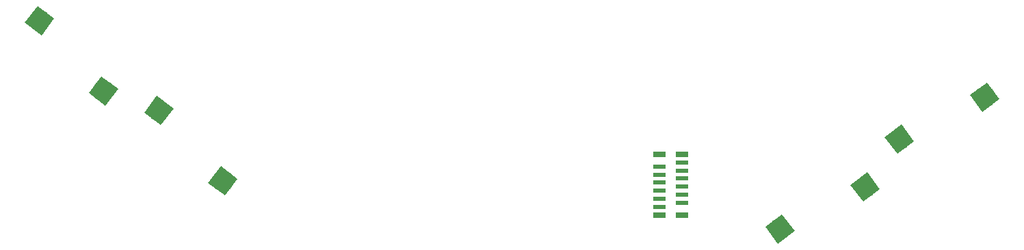
<source format=gbr>
G04 #@! TF.GenerationSoftware,KiCad,Pcbnew,(5.1.4)-1*
G04 #@! TF.CreationDate,2022-12-11T20:48:00-05:00*
G04 #@! TF.ProjectId,ThumbsUp,5468756d-6273-4557-902e-6b696361645f,rev?*
G04 #@! TF.SameCoordinates,Original*
G04 #@! TF.FileFunction,Paste,Bot*
G04 #@! TF.FilePolarity,Positive*
%FSLAX46Y46*%
G04 Gerber Fmt 4.6, Leading zero omitted, Abs format (unit mm)*
G04 Created by KiCad (PCBNEW (5.1.4)-1) date 2022-12-11 20:48:00*
%MOMM*%
%LPD*%
G04 APERTURE LIST*
%ADD10C,2.600000*%
%ADD11C,0.100000*%
%ADD12R,1.500000X0.800000*%
%ADD13R,1.500000X0.600000*%
G04 APERTURE END LIST*
D10*
X201787885Y-90119963D03*
D11*
G36*
X202043752Y-88299377D02*
G01*
X203608471Y-90375830D01*
X201532018Y-91940549D01*
X199967299Y-89864096D01*
X202043752Y-88299377D01*
X202043752Y-88299377D01*
G37*
D10*
X212336119Y-84925998D03*
D11*
G36*
X212591986Y-83105412D02*
G01*
X214156705Y-85181865D01*
X212080252Y-86746584D01*
X210515533Y-84670131D01*
X212591986Y-83105412D01*
X212591986Y-83105412D01*
G37*
D10*
X197561362Y-96059576D03*
D11*
G36*
X197817229Y-94238990D02*
G01*
X199381948Y-96315443D01*
X197305495Y-97880162D01*
X195740776Y-95803709D01*
X197817229Y-94238990D01*
X197817229Y-94238990D01*
G37*
D10*
X187013128Y-101253541D03*
D11*
G36*
X187268995Y-99432955D02*
G01*
X188833714Y-101509408D01*
X186757261Y-103074127D01*
X185192542Y-100997674D01*
X187268995Y-99432955D01*
X187268995Y-99432955D01*
G37*
D12*
X172082000Y-99508000D03*
X174882000Y-99508000D03*
X172082000Y-92008000D03*
X174882000Y-92008000D03*
D13*
X172082000Y-98508000D03*
X174882000Y-98008000D03*
X172082000Y-97508000D03*
X174882000Y-97008000D03*
X172082000Y-96508000D03*
X174882000Y-96008000D03*
X172082000Y-95508000D03*
X174882000Y-95008000D03*
X172082000Y-94508000D03*
X174882000Y-94008000D03*
X172082000Y-93508000D03*
X174882000Y-93008000D03*
D10*
X187013128Y-101253541D03*
D11*
G36*
X187268995Y-99432955D02*
G01*
X188833714Y-101509408D01*
X186757261Y-103074127D01*
X185192542Y-100997674D01*
X187268995Y-99432955D01*
X187268995Y-99432955D01*
G37*
D10*
X197561362Y-96059576D03*
D11*
G36*
X197817229Y-94238990D02*
G01*
X199381948Y-96315443D01*
X197305495Y-97880162D01*
X195740776Y-95803709D01*
X197817229Y-94238990D01*
X197817229Y-94238990D01*
G37*
D10*
X118022779Y-95296376D03*
D11*
G36*
X116202193Y-95552243D02*
G01*
X117766912Y-93475790D01*
X119843365Y-95040509D01*
X118278646Y-97116962D01*
X116202193Y-95552243D01*
X116202193Y-95552243D01*
G37*
D10*
X110122532Y-86588415D03*
D11*
G36*
X108301946Y-86844282D02*
G01*
X109866665Y-84767829D01*
X111943118Y-86332548D01*
X110378399Y-88409001D01*
X108301946Y-86844282D01*
X108301946Y-86844282D01*
G37*
D10*
X103248022Y-84162799D03*
D11*
G36*
X101427436Y-84418666D02*
G01*
X102992155Y-82342213D01*
X105068608Y-83906932D01*
X103503889Y-85983385D01*
X101427436Y-84418666D01*
X101427436Y-84418666D01*
G37*
D10*
X95347775Y-75454838D03*
D11*
G36*
X93527189Y-75710705D02*
G01*
X95091908Y-73634252D01*
X97168361Y-75198971D01*
X95603642Y-77275424D01*
X93527189Y-75710705D01*
X93527189Y-75710705D01*
G37*
M02*

</source>
